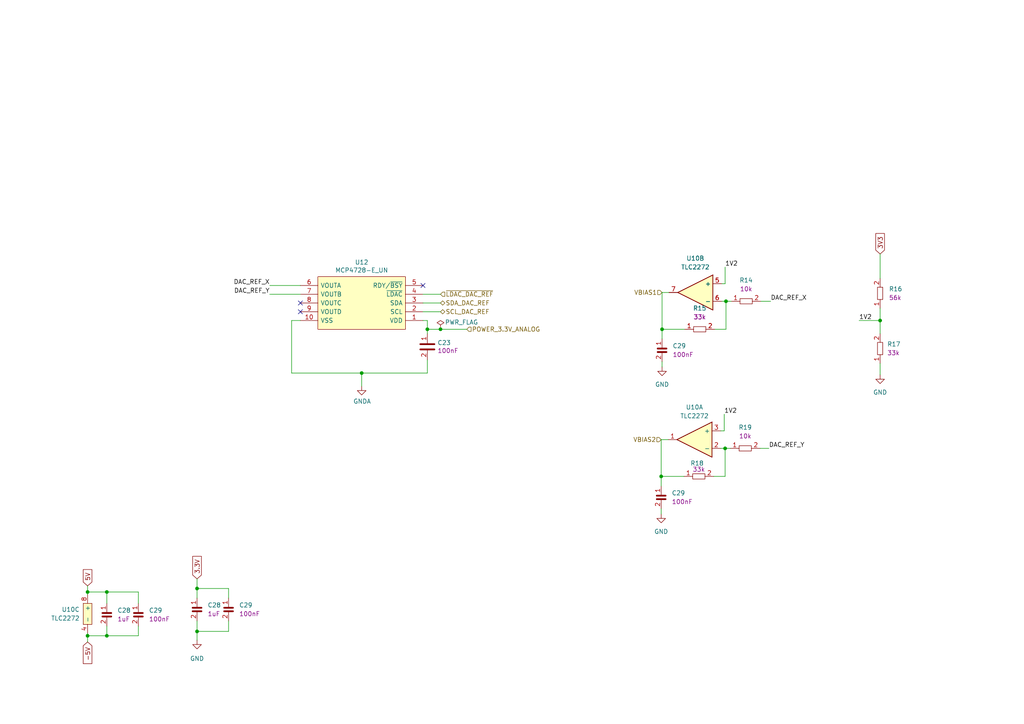
<source format=kicad_sch>
(kicad_sch (version 20230121) (generator eeschema)
  (paper "A4")
  (lib_symbols
    (symbol "Basis_Platine_Kompass-rescue:C0603_100nF_25V-Jojo_Kicad_Lib" (pin_names (offset 1.016))
      (property "Reference" "C" (at -3.81 0 90))
      (property "Val" "100nF" (at 3.81 0 90))
      (symbol "C0603_100nF_25V-Jojo_Kicad_Lib_1_1"
        (polyline (pts (xy -2.032 -0.762) (xy 2.032 -0.762)) (stroke (width 0.508)))
        (polyline (pts (xy -2.032 0.762) (xy 2.032 0.762)) (stroke (width 0.508)))
        (pin passive line (at 0 3.81 270) (length 2.794) (name "~") (number "1"))
        (pin passive line (at 0 -3.81 90) (length 2.794) (name "~") (number "2"))
      )
    )
    (symbol "Basis_Platine_Kompass-rescue:MCP4728-E_UN-Jojo_Kicad_Lib" (pin_names (offset 0.762))
      (property "Reference" "U" (at 17.78 7.62 0))
      (property "Value" "MCP4728-E_UN-Jojo_Kicad_Lib" (at 11.43 4.445 0))
      (symbol "MCP4728-E_UN-Jojo_Kicad_Lib_0_0"
        (pin power_in line (at 0 0 0) (length 5.08) (name "VDD") (number "1"))
        (pin power_in line (at 35.56 0 180) (length 5.08) (name "VSS") (number "10"))
        (pin open_collector line (at 0 -2.54 0) (length 5.08) (name "SCL") (number "2"))
        (pin open_collector line (at 0 -5.08 0) (length 5.08) (name "SDA") (number "3"))
        (pin input line (at 0 -7.62 0) (length 5.08) (name "~{LDAC}") (number "4"))
        (pin output line (at 0 -10.16 0) (length 5.08) (name "RDY/~{BSY}") (number "5"))
        (pin output line (at 35.56 -10.16 180) (length 5.08) (name "VOUTA") (number "6"))
        (pin output line (at 35.56 -7.62 180) (length 5.08) (name "VOUTB") (number "7"))
        (pin output line (at 35.56 -5.08 180) (length 5.08) (name "VOUTC") (number "8"))
        (pin output line (at 35.56 -2.54 180) (length 5.08) (name "VOUTD") (number "9"))
      )
      (symbol "MCP4728-E_UN-Jojo_Kicad_Lib_0_1"
        (polyline (pts (xy 5.08 2.54) (xy 30.48 2.54) (xy 30.48 -12.7) (xy 5.08 -12.7) (xy 5.08 2.54)) (stroke (width 0.1524)) (fill (type background)))
      )
    )
    (symbol "Jojos_Lib:C0402_100nF_50V" (pin_names (offset 1.016))
      (property "Reference" "C" (at -3.81 0 90))
      (property "Val" "100nF" (at 3.81 0 90))
      (symbol "C0402_100nF_50V_1_1"
        (polyline (pts (xy -1.27 -0.508) (xy 1.27 -0.508)) (stroke (width 0.508)))
        (polyline (pts (xy -1.27 0.508) (xy 1.27 0.508)) (stroke (width 0.508)))
        (pin passive line (at 0 3.302 270) (length 2.54) (name "~") (number "1"))
        (pin passive line (at 0 -3.302 90) (length 2.54) (name "~") (number "2"))
      )
    )
    (symbol "Jojos_Lib:C0402_1uF_6.3V" (pin_names (offset 1.016))
      (property "Reference" "C" (at -2.794 -0.254 90))
      (property "Val" "1uF" (at 3.048 -0.508 90))
      (symbol "C0402_1uF_6.3V_1_1"
        (polyline (pts (xy -1.27 -0.762) (xy 1.27 -0.762)) (stroke (width 0.508)))
        (polyline (pts (xy -1.27 0.254) (xy 1.27 0.254)) (stroke (width 0.508)))
        (pin passive line (at 0 3.048 270) (length 2.54) (name "~") (number "1"))
        (pin passive line (at 0 -3.556 90) (length 2.54) (name "~") (number "2"))
      )
    )
    (symbol "Jojos_Lib:R0402_10k" (pin_names (offset 0.762))
      (property "Reference" "R" (at -0.381 2.54 0))
      (property "Val" "10k" (at 0.254 -2.54 0))
      (symbol "R0402_10k_0_1"
        (polyline (pts (xy -1.778 0.762) (xy 1.778 0.762) (xy 1.778 -0.762) (xy -1.778 -0.762) (xy -1.778 0.762)) (stroke (width 0.1524)))
      )
      (symbol "R0402_10k_1_0"
        (pin passive line (at -4.318 0 0) (length 2.54) (name "~") (number "1"))
        (pin passive line (at 4.318 0 180) (length 2.54) (name "~") (number "2"))
      )
    )
    (symbol "Jojos_Lib:R0402_33k" (pin_names (offset 0.762))
      (property "Reference" "R" (at -0.381 2.54 0))
      (property "Val" "33k" (at 0.254 -2.54 0))
      (symbol "R0402_33k_0_1"
        (polyline (pts (xy -1.778 0.762) (xy 1.778 0.762) (xy 1.778 -0.762) (xy -1.778 -0.762) (xy -1.778 0.762)) (stroke (width 0.1524)))
      )
      (symbol "R0402_33k_1_0"
        (pin passive line (at -4.318 0 0) (length 2.54) (name "~") (number "1"))
        (pin passive line (at 4.318 0 180) (length 2.54) (name "~") (number "2"))
      )
    )
    (symbol "Jojos_Lib:R0402_56k" (pin_names (offset 0.762))
      (property "Reference" "R" (at -0.381 2.54 0))
      (property "Val" "56k" (at 0.254 -2.54 0))
      (symbol "R0402_56k_0_1"
        (polyline (pts (xy -1.778 0.762) (xy 1.778 0.762) (xy 1.778 -0.762) (xy -1.778 -0.762) (xy -1.778 0.762)) (stroke (width 0.1524)))
      )
      (symbol "R0402_56k_1_0"
        (pin passive line (at -4.318 0 0) (length 2.54) (name "~") (number "1"))
        (pin passive line (at 4.318 0 180) (length 2.54) (name "~") (number "2"))
      )
    )
    (symbol "Jojos_Lib:TLC2272CD"
      (property "Reference" "U" (at 3.302 -2.032 0))
      (property "Value" "TLC2272" (at 6.858 0 0))
      (symbol "TLC2272CD_1_1"
        (polyline (pts (xy -3.048 5.08) (xy 7.112 0) (xy -3.048 -5.08) (xy -3.048 5.08)) (stroke (width 0.254)) (fill (type background)))
        (pin output line (at 9.652 0 180) (length 2.54) (name "~") (number "1"))
        (pin input line (at -5.588 -2.54 0) (length 2.54) (name "-") (number "2"))
        (pin input line (at -5.588 2.54 0) (length 2.54) (name "+") (number "3"))
      )
      (symbol "TLC2272CD_2_1"
        (polyline (pts (xy -3.81 5.08) (xy 6.35 0) (xy -3.81 -5.08) (xy -3.81 5.08)) (stroke (width 0.254)) (fill (type background)))
        (pin input line (at -6.35 2.54 0) (length 2.54) (name "+") (number "5"))
        (pin input line (at -6.35 -2.54 0) (length 2.54) (name "-") (number "6"))
        (pin output line (at 8.89 0 180) (length 2.54) (name "~") (number "7"))
      )
      (symbol "TLC2272CD_3_1"
        (rectangle (start -0.508 2.794) (end 2.032 -3.302) (fill (type background)))
        (pin power_in line (at 0.762 -5.842 90) (length 2.54) (name "-") (number "4"))
        (pin power_in line (at 0.762 5.334 270) (length 2.54) (name "+") (number "8"))
      )
    )
    (symbol "power:GND" (power) (pin_names (offset 0))
      (property "Value" "GND" (at 0 -3.81 0))
      (symbol "GND_0_1"
        (polyline (pts (xy 0 0) (xy 0 -1.27) (xy 1.27 -1.27) (xy 0 -2.54) (xy -1.27 -1.27) (xy 0 -1.27)))
      )
      (symbol "GND_1_1"
        (pin power_in line (at 0 0 270) (length 0) hide (name "GND") (number "1"))
      )
    )
    (symbol "power:GNDA" (power) (pin_names (offset 0))
      (property "Value" "GNDA" (at 0 -3.81 0))
      (symbol "GNDA_0_1"
        (polyline (pts (xy 0 0) (xy 0 -1.27) (xy 1.27 -1.27) (xy 0 -2.54) (xy -1.27 -1.27) (xy 0 -1.27)))
      )
      (symbol "GNDA_1_1"
        (pin power_in line (at 0 0 270) (length 0) hide (name "GNDA") (number "1"))
      )
    )
    (symbol "power:PWR_FLAG" (power) (pin_numbers hide) (pin_names (offset 0) hide)
      (property "Value" "PWR_FLAG" (at 0 3.81 0))
      (symbol "PWR_FLAG_0_0"
        (pin power_out line (at 0 0 90) (length 0) (name "pwr") (number "1"))
      )
      (symbol "PWR_FLAG_0_1"
        (polyline (pts (xy 0 0) (xy 0 1.27) (xy -1.016 1.905) (xy 0 2.54) (xy 1.016 1.905) (xy 0 1.27)))
      )
    )
  )
  (junction (at 127.762 95.504))
  (junction (at 57.15 170.688))
  (junction (at 191.77 138.176))
  (junction (at 30.988 171.704))
  (junction (at 123.952 95.504))
  (junction (at 255.27 92.964))
  (junction (at 30.988 184.404))
  (junction (at 210.312 130.048))
  (junction (at 104.902 108.204))
  (junction (at 192.024 95.504))
  (junction (at 25.4 184.404))
  (junction (at 57.15 183.134))
  (junction (at 210.566 87.376))
  (junction (at 25.4 171.704))
  (no_connect (at 122.682 82.804))
  (no_connect (at 87.122 87.884))
  (no_connect (at 87.122 90.424))
  (wire (pts (xy 127.762 95.504) (xy 135.382 95.504)))
  (wire (pts (xy 40.132 171.704) (xy 30.988 171.704)))
  (wire (pts (xy 57.15 183.134) (xy 57.15 185.674)))
  (wire (pts (xy 255.27 108.712) (xy 255.27 105.41)))
  (wire (pts (xy 57.15 167.894) (xy 57.15 170.688)))
  (wire (pts (xy 57.15 183.134) (xy 66.294 183.134)))
  (wire (pts (xy 220.726 87.376) (xy 223.52 87.376)))
  (wire (pts (xy 192.024 84.836) (xy 194.056 84.836)))
  (wire (pts (xy 210.312 130.048) (xy 211.836 130.048)))
  (wire (pts (xy 25.4 171.704) (xy 25.4 172.466)))
  (wire (pts (xy 255.27 96.774) (xy 255.27 92.964)))
  (wire (pts (xy 249.174 92.964) (xy 255.27 92.964)))
  (wire (pts (xy 209.296 82.296) (xy 210.312 82.296)))
  (wire (pts (xy 198.628 95.504) (xy 192.024 95.504)))
  (wire (pts (xy 84.582 92.964) (xy 84.582 108.204)))
  (wire (pts (xy 123.952 95.504) (xy 123.952 96.774)))
  (wire (pts (xy 122.682 92.964) (xy 123.952 92.964)))
  (wire (pts (xy 220.472 130.048) (xy 223.012 130.048)))
  (wire (pts (xy 210.312 138.176) (xy 210.312 130.048)))
  (wire (pts (xy 255.27 92.964) (xy 255.27 89.408)))
  (wire (pts (xy 209.042 130.048) (xy 210.312 130.048)))
  (wire (pts (xy 192.024 104.902) (xy 192.024 106.426)))
  (wire (pts (xy 255.27 73.66) (xy 255.27 80.772)))
  (wire (pts (xy 191.77 127.508) (xy 193.802 127.508)))
  (wire (pts (xy 122.682 87.884) (xy 127.762 87.884)))
  (wire (pts (xy 40.132 175.006) (xy 40.132 171.704)))
  (wire (pts (xy 40.132 184.404) (xy 30.988 184.404)))
  (wire (pts (xy 30.988 184.404) (xy 25.4 184.404)))
  (wire (pts (xy 123.952 92.964) (xy 123.952 95.504)))
  (wire (pts (xy 66.294 170.688) (xy 57.15 170.688)))
  (wire (pts (xy 207.01 138.176) (xy 210.312 138.176)))
  (wire (pts (xy 57.15 170.688) (xy 57.15 173.482)))
  (wire (pts (xy 25.4 169.926) (xy 25.4 171.704)))
  (wire (pts (xy 87.122 85.344) (xy 78.232 85.344)))
  (wire (pts (xy 104.902 108.204) (xy 84.582 108.204)))
  (wire (pts (xy 192.024 95.504) (xy 192.024 84.836)))
  (wire (pts (xy 209.042 124.968) (xy 210.058 124.968)))
  (wire (pts (xy 210.058 120.142) (xy 210.058 124.968)))
  (wire (pts (xy 25.4 186.182) (xy 25.4 184.404)))
  (wire (pts (xy 191.77 138.176) (xy 191.77 127.508)))
  (wire (pts (xy 210.566 87.376) (xy 212.09 87.376)))
  (wire (pts (xy 127.762 95.504) (xy 123.952 95.504)))
  (wire (pts (xy 210.312 77.47) (xy 210.312 82.296)))
  (wire (pts (xy 210.566 95.504) (xy 210.566 87.376)))
  (wire (pts (xy 104.902 112.014) (xy 104.902 108.204)))
  (wire (pts (xy 25.4 184.404) (xy 25.4 183.642)))
  (wire (pts (xy 123.952 108.204) (xy 104.902 108.204)))
  (wire (pts (xy 122.682 90.424) (xy 127.762 90.424)))
  (wire (pts (xy 191.77 138.176) (xy 191.77 140.97)))
  (wire (pts (xy 57.15 183.134) (xy 57.15 180.086)))
  (wire (pts (xy 66.294 173.482) (xy 66.294 170.688)))
  (wire (pts (xy 87.122 92.964) (xy 84.582 92.964)))
  (wire (pts (xy 207.264 95.504) (xy 210.566 95.504)))
  (wire (pts (xy 40.132 181.61) (xy 40.132 184.404)))
  (wire (pts (xy 66.294 183.134) (xy 66.294 180.086)))
  (wire (pts (xy 123.952 104.394) (xy 123.952 108.204)))
  (wire (pts (xy 209.296 87.376) (xy 210.566 87.376)))
  (wire (pts (xy 30.988 171.704) (xy 30.988 175.006)))
  (wire (pts (xy 78.232 82.804) (xy 87.122 82.804)))
  (wire (pts (xy 25.4 171.704) (xy 30.988 171.704)))
  (wire (pts (xy 191.77 147.574) (xy 191.77 149.098)))
  (wire (pts (xy 192.024 95.504) (xy 192.024 98.298)))
  (wire (pts (xy 122.682 85.344) (xy 127.762 85.344)))
  (wire (pts (xy 198.374 138.176) (xy 191.77 138.176)))
  (wire (pts (xy 30.988 181.61) (xy 30.988 184.404)))
  (label "1V2" (at 210.058 120.142 0))
  (label "1V2" (at 210.312 77.47 0))
  (label "DAC_REF_Y" (at 223.012 130.048 0))
  (label "DAC_REF_X" (at 78.232 82.804 180))
  (label "1V2" (at 249.174 92.964 0))
  (label "DAC_REF_Y" (at 78.232 85.344 180))
  (label "DAC_REF_X" (at 223.52 87.376 0))
  (global_label "-5V" (shape input) (at 25.4 186.182 270) (property "Intersheetrefs" "${INTERSHEET_REFS}" (effects hide)))
  (global_label "3.3V" (shape input) (at 57.15 167.894 90) (property "Intersheetrefs" "${INTERSHEET_REFS}" (effects hide)))
  (global_label "5V" (shape input) (at 25.4 169.926 90) (property "Intersheetrefs" "${INTERSHEET_REFS}" (effects hide)))
  (global_label "3V3" (shape input) (at 255.27 73.66 90) (property "Intersheetrefs" "${INTERSHEET_REFS}" (effects hide)))
  (hierarchical_label "VBIAS2" (shape input) (at 191.77 127.508 180))
  (hierarchical_label "SCL_DAC_REF" (shape bidirectional) (at 127.762 90.424 0))
  (hierarchical_label "~{LDAC_DAC_REF}" (shape input) (at 127.762 85.344 0))
  (hierarchical_label "VBIAS1" (shape input) (at 192.024 84.836 180))
  (hierarchical_label "POWER_3.3V_ANALOG" (shape input) (at 135.382 95.504 0))
  (hierarchical_label "SDA_DAC_REF" (shape bidirectional) (at 127.762 87.884 0))
  (symbol (lib_id "power:GND") (at 57.15 185.674 0) (unit 1)
    (property "Reference" "#PWR029" (effects hide))
    (property "Value" "GND" (at 57.15 191.008 0))
    (instances (project "CMEX" (path "" (reference "#PWR029") (unit 1)) (path "" (reference "#PWR024") (unit 1)) (path "" (reference "#PWR049") (unit 1))))
  )
  (symbol (lib_id "power:GND") (at 255.27 108.712 0) (unit 1)
    (property "Reference" "#PWR048" (effects hide))
    (property "Value" "GND" (at 255.27 113.792 0))
  )
  (symbol (lib_id "Jojos_Lib:C0402_100nF_50V") (at 192.024 101.6 0) (unit 1)
    (property "Reference" "C29" (at 195.072 100.33 0) (effects (justify left)))
    (property "Value" "C0402_100nF_50V" (effects hide))
    (property "Footprint" "Capacitor_SMD:C_0402_1005Metric" (effects hide))
    (property "Mouser Part Number" "581-04025C104KAT4A" (effects hide))
    (property "Place" "Yes" (effects hide))
    (property "Val" "100nF" (at 195.072 102.87 0) (effects (justify left)))
    (instances (project "CMEX" (path "" (reference "C29") (unit 1)) (path "" (reference "C46") (unit 1)) (path "" (reference "C55") (unit 1))))
  )
  (symbol (lib_id "power:PWR_FLAG") (at 127.762 95.504 0) (unit 1)
    (property "Reference" "#FLG01" (effects hide))
    (property "Value" "PWR_FLAG" (at 133.858 93.472 0))
    (instances (project "CMEX" (path "" (reference "#FLG01") (unit 1)) (path "" (reference "#FLG01") (unit 1))) (project "Basis_Platine_Kompass" (path "" (reference "#FLG0102") (unit 1))))
  )
  (symbol (lib_id "Jojos_Lib:R0402_33k") (at 202.946 95.504 0) (unit 1)
    (property "Reference" "R15" (at 202.946 89.408 0))
    (property "Value" "R0402_33k" (effects hide))
    (property "Footprint" "Resistor_SMD:R_0402_1005Metric" (effects hide))
    (property "Description" "Res 0402 33k 1%" (effects hide))
    (property "Height" "0.55" (effects hide))
    (property "Mouser Part Number" "71-CRCW040233K0FKEDC " (effects hide))
    (property "Manufacturer_Part_Number" "CRCW040233K0FKEDC " (effects hide))
    (property "Val" "33k" (at 202.946 91.948 0))
  )
  (symbol (lib_id "power:GND") (at 192.024 106.426 0) (unit 1)
    (property "Reference" "#PWR050" (effects hide))
    (property "Value" "GND" (at 192.024 111.506 0))
  )
  (symbol (lib_id "Basis_Platine_Kompass-rescue:MCP4728-E_UN-Jojo_Kicad_Lib") (at 122.682 92.964 180) (unit 1)
    (property "Reference" "U12" (at 104.902 76.073 0))
    (property "Value" "MCP4728-E_UN" (at 104.902 78.3844 0))
    (property "Footprint" "SamacSys_Parts:SOP50P490X110-10N" (effects hide))
    (property "Datasheet" "https://componentsearchengine.com/Datasheets/1/MCP4728-E_UN.pdf" (effects hide))
    (property "Description" "Quad, 12-bit NV DAC with I2C interface" (effects hide))
    (property "Height" "1.1" (effects hide))
    (property "Mouser Part Number" "579-MCP4728-E/UN" (effects hide))
    (property "Mouser Price/Stock" "https://www.mouser.com/Search/Refine.aspx?Keyword=579-MCP4728-E%2FUN" (effects hide))
    (property "Manufacturer_Name" "Microchip" (effects hide))
    (property "Manufacturer_Part_Number" "MCP4728-E/UN" (effects hide))
    (instances (project "CMEX" (path "" (reference "U12") (unit 1)) (path "" (reference "U12") (unit 1))) (project "Basis_Platine_Kompass" (path "" (reference "U11") (unit 1))))
  )
  (symbol (lib_id "Jojos_Lib:R0402_10k") (at 216.154 130.048 0) (unit 1)
    (property "Reference" "R19" (at 216.154 123.952 0))
    (property "Value" "R0402_10k" (effects hide))
    (property "Footprint" "Resistor_SMD:R_0402_1005Metric" (effects hide))
    (property "Description" "Res 0402 10k 1%" (effects hide))
    (property "Height" "0.55" (effects hide))
    (property "Mouser Part Number" "71-CRCW040210K0FKEDC " (effects hide))
    (property "Manufacturer_Part_Number" "CRCW040210K0FKEDC" (effects hide))
    (property "Val" "10k" (at 216.154 126.492 0))
  )
  (symbol (lib_id "power:GNDA") (at 104.902 112.014 0) (unit 1)
    (property "Reference" "#PWR021" (effects hide))
    (property "Value" "GNDA" (at 105.029 116.4082 0))
    (instances (project "CMEX" (path "" (reference "#PWR021") (unit 1)) (path "" (reference "#PWR020") (unit 1))) (project "Basis_Platine_Kompass" (path "" (reference "#PWR035") (unit 1))))
  )
  (symbol (lib_id "Jojos_Lib:TLC2272CD") (at 24.638 177.8 0) (unit 3)
    (property "Reference" "U10" (at 23.114 176.784 0) (effects (justify right)))
    (property "Value" "TLC2272" (at 23.114 179.324 0) (effects (justify right)))
    (property "Footprint" "Package_SO:SO-8_3.9x4.9mm_P1.27mm" (effects hide))
    (property "Mouser Part Number" "595-TLC2272CD " (effects hide))
  )
  (symbol (lib_id "Jojos_Lib:TLC2272CD") (at 202.946 84.836 0) (mirror y) (unit 2)
    (property "Reference" "U10" (at 201.676 74.93 0))
    (property "Value" "TLC2272" (at 201.676 77.47 0))
    (property "Footprint" "Package_SO:SO-8_3.9x4.9mm_P1.27mm" (effects hide))
    (property "Mouser Part Number" "595-TLC2272CD " (effects hide))
  )
  (symbol (lib_id "Jojos_Lib:C0402_1uF_6.3V") (at 30.988 178.054 0) (unit 1)
    (property "Reference" "C28" (at 34.036 177.038 0) (effects (justify left)))
    (property "Value" "C0402_1uF_6.3V" (effects hide))
    (property "Footprint" "Capacitor_SMD:C_0402_1005Metric" (effects hide))
    (property "Mouser Part Number" "80-C0402C105M9PAC" (effects hide))
    (property "Place" "Yes" (effects hide))
    (property "Val" "1uF" (at 34.036 179.578 0) (effects (justify left)))
    (instances (project "CMEX" (path "" (reference "C28") (unit 1)) (path "" (reference "C45") (unit 1)) (path "" (reference "C21") (unit 1))))
  )
  (symbol (lib_id "power:GND") (at 191.77 149.098 0) (unit 1)
    (property "Reference" "#PWR051" (effects hide))
    (property "Value" "GND" (at 191.77 154.178 0))
  )
  (symbol (lib_id "Jojos_Lib:R0402_56k") (at 255.27 85.09 90) (unit 1)
    (property "Reference" "R16" (at 257.81 83.82 90) (effects (justify right)))
    (property "Value" "R0402_56k" (effects hide))
    (property "Footprint" "Resistor_SMD:R_0402_1005Metric" (effects hide))
    (property "Description" "Res 0402 56k 1%" (effects hide))
    (property "Height" "0.55" (effects hide))
    (property "Mouser Part Number" "71-CRCW040256K0FKEDC " (effects hide))
    (property "Manufacturer_Part_Number" "CRCW040256K0FKEDC " (effects hide))
    (property "Val" "56k" (at 257.81 86.36 90) (effects (justify right)))
  )
  (symbol (lib_id "Jojos_Lib:R0402_33k") (at 202.692 138.176 0) (unit 1)
    (property "Reference" "R18" (at 202.184 134.366 0))
    (property "Value" "R0402_33k" (effects hide))
    (property "Footprint" "Resistor_SMD:R_0402_1005Metric" (effects hide))
    (property "Description" "Res 0402 33k 1%" (effects hide))
    (property "Height" "0.55" (effects hide))
    (property "Mouser Part Number" "71-CRCW040233K0FKEDC " (effects hide))
    (property "Manufacturer_Part_Number" "CRCW040233K0FKEDC " (effects hide))
    (property "Val" "33k" (at 202.692 136.144 0))
  )
  (symbol (lib_id "Jojos_Lib:R0402_33k") (at 255.27 101.092 90) (unit 1)
    (property "Reference" "R17" (at 257.302 99.822 90) (effects (justify right)))
    (property "Value" "R0402_33k" (effects hide))
    (property "Footprint" "Resistor_SMD:R_0402_1005Metric" (effects hide))
    (property "Description" "Res 0402 33k 1%" (effects hide))
    (property "Height" "0.55" (effects hide))
    (property "Mouser Part Number" "71-CRCW040233K0FKEDC " (effects hide))
    (property "Manufacturer_Part_Number" "CRCW040233K0FKEDC " (effects hide))
    (property "Val" "33k" (at 257.302 102.362 90) (effects (justify right)))
  )
  (symbol (lib_id "Jojos_Lib:C0402_100nF_50V") (at 66.294 176.784 0) (unit 1)
    (property "Reference" "C29" (at 69.342 175.514 0) (effects (justify left)))
    (property "Value" "C0402_100nF_50V" (effects hide))
    (property "Footprint" "Capacitor_SMD:C_0402_1005Metric" (effects hide))
    (property "Mouser Part Number" "581-04025C104KAT4A" (effects hide))
    (property "Place" "Yes" (effects hide))
    (property "Val" "100nF" (at 69.342 178.054 0) (effects (justify left)))
    (instances (project "CMEX" (path "" (reference "C29") (unit 1)) (path "" (reference "C46") (unit 1)) (path "" (reference "C61") (unit 1))))
  )
  (symbol (lib_id "Jojos_Lib:R0402_10k") (at 216.408 87.376 0) (unit 1)
    (property "Reference" "R14" (at 216.408 81.28 0))
    (property "Value" "R0402_10k" (effects hide))
    (property "Footprint" "Resistor_SMD:R_0402_1005Metric" (effects hide))
    (property "Description" "Res 0402 10k 1%" (effects hide))
    (property "Height" "0.55" (effects hide))
    (property "Mouser Part Number" "71-CRCW040210K0FKEDC " (effects hide))
    (property "Manufacturer_Part_Number" "CRCW040210K0FKEDC" (effects hide))
    (property "Val" "10k" (at 216.408 83.82 0))
  )
  (symbol (lib_id "Basis_Platine_Kompass-rescue:C0603_100nF_25V-Jojo_Kicad_Lib") (at 123.952 100.584 0) (unit 1)
    (property "Reference" "C23" (at 126.873 99.4156 0) (effects (justify left)))
    (property "Value" "C0603_100nF_25V" (effects hide))
    (property "Footprint" "Capacitor_SMD:C_0603_1608Metric" (effects hide))
    (property "Mouser Part Number" "710-885012206071 " (effects hide))
    (property "Digi-Key" "732-7989-1-ND" (effects hide))
    (property "Place" "Yes" (effects hide))
    (property "Price" "0.04" (effects hide))
    (property "Val" "100nF" (at 126.873 101.727 0) (effects (justify left)))
    (instances (project "CMEX" (path "" (reference "C23") (unit 1)) (path "" (reference "C23") (unit 1))) (project "Basis_Platine_Kompass" (path "" (reference "C39") (unit 1))))
  )
  (symbol (lib_id "Jojos_Lib:TLC2272CD") (at 203.454 127.508 0) (mirror y) (unit 1)
    (property "Reference" "U10" (at 201.422 118.11 0))
    (property "Value" "TLC2272" (at 201.422 120.65 0))
    (property "Footprint" "Package_SO:SO-8_3.9x4.9mm_P1.27mm" (effects hide))
    (property "Mouser Part Number" "595-TLC2272CD " (effects hide))
  )
  (symbol (lib_id "Jojos_Lib:C0402_100nF_50V") (at 191.77 144.272 0) (unit 1)
    (property "Reference" "C29" (at 194.818 143.002 0) (effects (justify left)))
    (property "Value" "C0402_100nF_50V" (effects hide))
    (property "Footprint" "Capacitor_SMD:C_0402_1005Metric" (effects hide))
    (property "Mouser Part Number" "581-04025C104KAT4A" (effects hide))
    (property "Place" "Yes" (effects hide))
    (property "Val" "100nF" (at 194.818 145.542 0) (effects (justify left)))
    (instances (project "CMEX" (path "" (reference "C29") (unit 1)) (path "" (reference "C46") (unit 1)) (path "" (reference "C64") (unit 1))))
  )
  (symbol (lib_id "Jojos_Lib:C0402_1uF_6.3V") (at 57.15 176.53 0) (unit 1)
    (property "Reference" "C28" (at 60.198 175.514 0) (effects (justify left)))
    (property "Value" "C0402_1uF_6.3V" (effects hide))
    (property "Footprint" "Capacitor_SMD:C_0402_1005Metric" (effects hide))
    (property "Mouser Part Number" "80-C0402C105M9PAC" (effects hide))
    (property "Place" "Yes" (effects hide))
    (property "Val" "1uF" (at 60.198 178.054 0) (effects (justify left)))
    (instances (project "CMEX" (path "" (reference "C28") (unit 1)) (path "" (reference "C45") (unit 1)) (path "" (reference "C58") (unit 1))))
  )
  (symbol (lib_id "Jojos_Lib:C0402_100nF_50V") (at 40.132 178.308 0) (unit 1)
    (property "Reference" "C29" (at 43.18 177.038 0) (effects (justify left)))
    (property "Value" "C0402_100nF_50V" (effects hide))
    (property "Footprint" "Capacitor_SMD:C_0402_1005Metric" (effects hide))
    (property "Mouser Part Number" "581-04025C104KAT4A" (effects hide))
    (property "Place" "Yes" (effects hide))
    (property "Val" "100nF" (at 43.18 179.578 0) (effects (justify left)))
    (instances (project "CMEX" (path "" (reference "C29") (unit 1)) (path "" (reference "C46") (unit 1)) (path "" (reference "C22") (unit 1))))
  )
)
</source>
